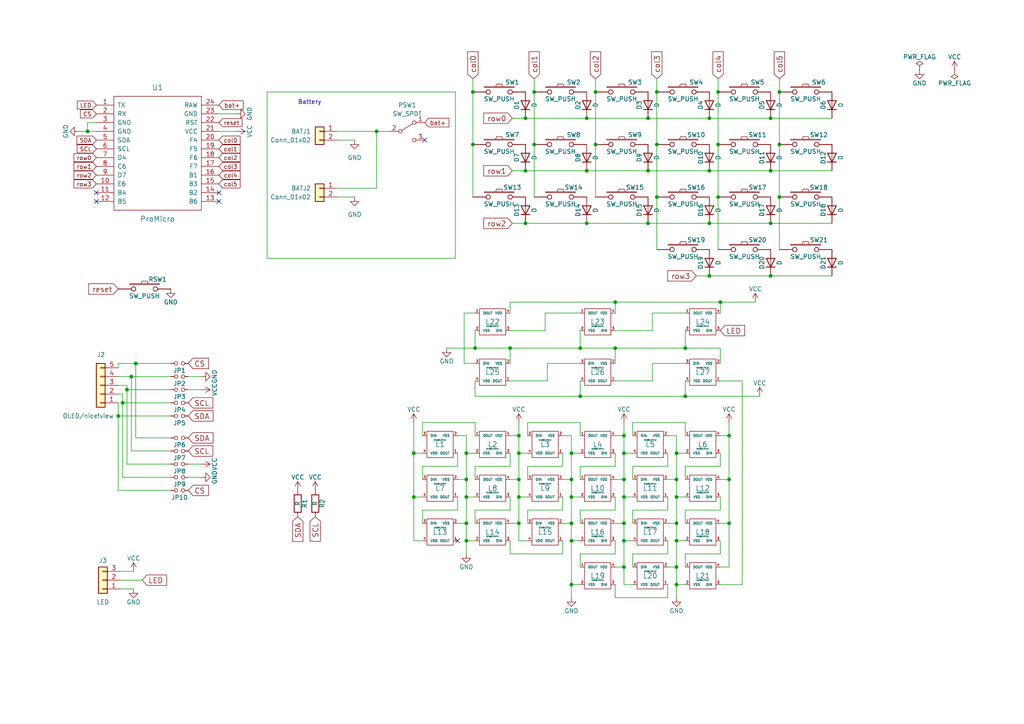
<source format=kicad_sch>
(kicad_sch (version 20230121) (generator eeschema)
  (paper "A4")
  (title_block (title "Corne Chocolate") (date "2018-11-16") (rev "2.0") (company "foostan"))
  (junction (at 205.74 34.29))
  (junction (at 165.735 144.145))
  (junction (at 120.015 144.145))
  (junction (at 170.18 64.77))
  (junction (at 205.74 80.01))
  (junction (at 226.06 26.67))
  (junction (at 196.215 169.545))
  (junction (at 211.455 139.065))
  (junction (at 36.83 113.03))
  (junction (at 172.72 26.67))
  (junction (at 25.4 38.1))
  (junction (at 208.28 26.67))
  (junction (at 154.94 41.91))
  (junction (at 198.755 114.935))
  (junction (at 198.755 100.965))
  (junction (at 211.455 151.765))
  (junction (at 152.4 34.29))
  (junction (at 35.56 116.84))
  (junction (at 196.215 131.445))
  (junction (at 180.975 144.145))
  (junction (at 165.735 169.545))
  (junction (at 150.495 144.145))
  (junction (at 196.215 151.765))
  (junction (at 178.435 87.63))
  (junction (at 208.28 57.15))
  (junction (at 180.975 139.065))
  (junction (at 152.4 64.77))
  (junction (at 165.735 139.065))
  (junction (at 135.255 151.765))
  (junction (at 150.495 139.065))
  (junction (at 120.015 131.445))
  (junction (at 135.255 144.145))
  (junction (at 150.495 151.765))
  (junction (at 135.255 156.845))
  (junction (at 208.28 41.91))
  (junction (at 168.275 100.965))
  (junction (at 137.16 41.91))
  (junction (at 187.96 49.53))
  (junction (at 226.06 57.15))
  (junction (at 180.975 156.845))
  (junction (at 39.37 105.41))
  (junction (at 135.255 139.065))
  (junction (at 196.215 164.465))
  (junction (at 187.96 34.29))
  (junction (at 190.5 26.67))
  (junction (at 165.735 131.445))
  (junction (at 190.5 57.15))
  (junction (at 211.455 126.365))
  (junction (at 137.16 26.67))
  (junction (at 147.955 100.965))
  (junction (at 152.4 49.53))
  (junction (at 196.215 156.845))
  (junction (at 168.275 114.935))
  (junction (at 180.975 131.445))
  (junction (at 34.29 120.65))
  (junction (at 165.735 151.765))
  (junction (at 223.52 49.53))
  (junction (at 165.735 156.845))
  (junction (at 196.215 139.065))
  (junction (at 223.52 80.01))
  (junction (at 170.18 49.53))
  (junction (at 223.52 34.29))
  (junction (at 38.1 109.22))
  (junction (at 180.975 151.765))
  (junction (at 205.74 64.77))
  (junction (at 137.795 100.965))
  (junction (at 154.94 26.67))
  (junction (at 187.96 64.77))
  (junction (at 170.18 34.29))
  (junction (at 196.215 144.145))
  (junction (at 226.06 41.91))
  (junction (at 150.495 131.445))
  (junction (at 208.915 87.63))
  (junction (at 223.52 64.77))
  (junction (at 190.5 41.91))
  (junction (at 180.975 126.365))
  (junction (at 135.255 131.445))
  (junction (at 178.435 100.965))
  (junction (at 205.74 49.53))
  (junction (at 150.495 126.365))
  (junction (at 180.975 164.465))
  (junction (at 172.72 41.91))
  (junction (at 109.22 38.1))
  (no_connect (at 27.94 55.88))
  (no_connect (at 123.19 40.64))
  (no_connect (at 132.715 156.845))
  (no_connect (at 27.94 58.42))
  (no_connect (at 63.5 58.42))
  (no_connect (at 63.5 55.88))
  (wire (pts (xy 190.5 41.91) (xy 190.5 57.15)))
  (wire (pts (xy 183.515 151.765) (xy 183.515 147.955)))
  (wire (pts (xy 208.915 151.765) (xy 211.455 151.765)))
  (wire (pts (xy 109.22 38.1) (xy 109.22 54.61)))
  (wire (pts (xy 153.035 151.765) (xy 153.035 147.955)))
  (wire (pts (xy 183.515 122.555) (xy 183.515 126.365)))
  (wire (pts (xy 27.94 35.56) (xy 25.4 35.56)))
  (wire (pts (xy 34.29 109.22) (xy 38.1 109.22)))
  (wire (pts (xy 193.675 164.465) (xy 196.215 164.465)))
  (wire (pts (xy 49.53 116.84) (xy 35.56 116.84)))
  (wire (pts (xy 208.915 110.49) (xy 215.265 110.49)))
  (wire (pts (xy 168.275 156.845) (xy 165.735 156.845)))
  (wire (pts (xy 196.215 151.765) (xy 196.215 156.845)))
  (wire (pts (xy 137.16 26.67) (xy 137.16 41.91)))
  (wire (pts (xy 187.96 34.29) (xy 205.74 34.29)))
  (wire (pts (xy 208.915 135.255) (xy 208.915 131.445)))
  (wire (pts (xy 196.215 139.065) (xy 196.215 144.145)))
  (wire (pts (xy 205.74 80.01) (xy 223.52 80.01)))
  (wire (pts (xy 226.06 57.15) (xy 226.06 72.39)))
  (wire (pts (xy 137.795 114.935) (xy 168.275 114.935)))
  (wire (pts (xy 134.62 105.41) (xy 137.795 105.41)))
  (wire (pts (xy 198.755 122.555) (xy 183.515 122.555)))
  (wire (pts (xy 153.035 147.955) (xy 163.195 147.955)))
  (wire (pts (xy 180.975 144.145) (xy 183.515 144.145)))
  (wire (pts (xy 153.035 135.255) (xy 163.195 135.255)))
  (wire (pts (xy 170.18 64.77) (xy 187.96 64.77)))
  (wire (pts (xy 137.16 41.91) (xy 137.16 57.15)))
  (wire (pts (xy 147.955 87.63) (xy 178.435 87.63)))
  (wire (pts (xy 226.06 41.91) (xy 226.06 57.15)))
  (wire (pts (xy 132.715 147.955) (xy 132.715 144.145)))
  (wire (pts (xy 180.975 164.465) (xy 180.975 169.545)))
  (wire (pts (xy 178.435 87.63) (xy 208.915 87.63)))
  (wire (pts (xy 154.94 22.86) (xy 154.94 26.67)))
  (wire (pts (xy 178.435 151.765) (xy 180.975 151.765)))
  (wire (pts (xy 168.275 147.955) (xy 178.435 147.955)))
  (wire (pts (xy 54.61 113.03) (xy 58.42 113.03)))
  (wire (pts (xy 180.975 151.765) (xy 180.975 156.845)))
  (wire (pts (xy 49.53 120.65) (xy 34.29 120.65)))
  (wire (pts (xy 147.955 147.955) (xy 147.955 144.145)))
  (wire (pts (xy 63.5 33.02) (xy 68.58 33.02)))
  (wire (pts (xy 147.955 135.255) (xy 147.955 131.445)))
  (wire (pts (xy 180.975 156.845) (xy 180.975 164.465)))
  (wire (pts (xy 193.675 139.065) (xy 196.215 139.065)))
  (wire (pts (xy 147.955 151.765) (xy 150.495 151.765)))
  (wire (pts (xy 211.455 151.765) (xy 211.455 164.465)))
  (wire (pts (xy 208.915 126.365) (xy 211.455 126.365)))
  (wire (pts (xy 215.265 110.49) (xy 215.265 169.545)))
  (wire (pts (xy 168.275 100.965) (xy 178.435 100.965)))
  (wire (pts (xy 208.915 147.955) (xy 208.915 144.145)))
  (wire (pts (xy 147.955 126.365) (xy 150.495 126.365)))
  (wire (pts (xy 211.455 139.065) (xy 211.455 151.765)))
  (wire (pts (xy 63.5 38.1) (xy 68.58 38.1)))
  (wire (pts (xy 223.52 34.29) (xy 241.3 34.29)))
  (wire (pts (xy 180.975 122.555) (xy 180.975 126.365)))
  (wire (pts (xy 109.22 38.1) (xy 113.03 38.1)))
  (wire (pts (xy 193.675 151.765) (xy 196.215 151.765)))
  (wire (pts (xy 36.83 111.76) (xy 36.83 113.03)))
  (wire (pts (xy 54.61 109.22) (xy 58.42 109.22)))
  (wire (pts (xy 193.675 173.355) (xy 178.435 173.355)))
  (wire (pts (xy 198.755 156.845) (xy 196.215 156.845)))
  (wire (pts (xy 180.975 156.845) (xy 183.515 156.845)))
  (wire (pts (xy 180.975 126.365) (xy 180.975 131.445)))
  (wire (pts (xy 189.23 105.41) (xy 198.755 105.41)))
  (wire (pts (xy 208.28 41.91) (xy 208.28 57.15)))
  (wire (pts (xy 223.52 64.77) (xy 241.3 64.77)))
  (wire (pts (xy 34.29 114.3) (xy 35.56 114.3)))
  (wire (pts (xy 148.59 49.53) (xy 152.4 49.53)))
  (wire (pts (xy 120.015 131.445) (xy 120.015 144.145)))
  (wire (pts (xy 120.015 122.555) (xy 120.015 131.445)))
  (wire (pts (xy 178.435 147.955) (xy 178.435 144.145)))
  (wire (pts (xy 35.56 114.3) (xy 35.56 116.84)))
  (wire (pts (xy 183.515 164.465) (xy 183.515 160.655)))
  (wire (pts (xy 154.94 41.91) (xy 154.94 57.15)))
  (wire (pts (xy 198.755 135.255) (xy 208.915 135.255)))
  (wire (pts (xy 132.715 139.065) (xy 135.255 139.065)))
  (wire (pts (xy 198.755 126.365) (xy 198.755 122.555)))
  (wire (pts (xy 168.275 169.545) (xy 165.735 169.545)))
  (wire (pts (xy 178.435 164.465) (xy 180.975 164.465)))
  (wire (pts (xy 208.28 22.86) (xy 208.28 26.67)))
  (wire (pts (xy 168.275 131.445) (xy 165.735 131.445)))
  (wire (pts (xy 223.52 80.01) (xy 241.3 80.01)))
  (wire (pts (xy 187.96 64.77) (xy 205.74 64.77)))
  (wire (pts (xy 178.435 105.41) (xy 178.435 100.965)))
  (wire (pts (xy 190.5 57.15) (xy 190.5 72.39)))
  (wire (pts (xy 137.795 135.255) (xy 147.955 135.255)))
  (wire (pts (xy 36.83 113.03) (xy 36.83 134.62)))
  (wire (pts (xy 223.52 49.53) (xy 241.3 49.53)))
  (wire (pts (xy 193.675 169.545) (xy 193.675 173.355)))
  (wire (pts (xy 180.975 144.145) (xy 180.975 151.765)))
  (wire (pts (xy 163.195 139.065) (xy 165.735 139.065)))
  (wire (pts (xy 189.23 110.49) (xy 189.23 105.41)))
  (wire (pts (xy 147.955 90.805) (xy 147.955 87.63)))
  (wire (pts (xy 150.495 156.845) (xy 153.035 156.845)))
  (wire (pts (xy 38.1 109.22) (xy 38.1 130.81)))
  (wire (pts (xy 137.795 151.765) (xy 137.795 147.955)))
  (wire (pts (xy 198.755 139.065) (xy 198.755 135.255)))
  (wire (pts (xy 198.755 131.445) (xy 196.215 131.445)))
  (wire (pts (xy 190.5 26.67) (xy 190.5 41.91)))
  (wire (pts (xy 172.72 22.86) (xy 172.72 26.67)))
  (wire (pts (xy 178.435 160.655) (xy 178.435 156.845)))
  (wire (pts (xy 183.515 139.065) (xy 183.515 135.255)))
  (wire (pts (xy 170.18 49.53) (xy 187.96 49.53)))
  (wire (pts (xy 158.75 105.41) (xy 168.275 105.41)))
  (wire (pts (xy 198.755 144.145) (xy 196.215 144.145)))
  (wire (pts (xy 226.06 22.86) (xy 226.06 26.67)))
  (wire (pts (xy 39.37 127) (xy 49.53 127)))
  (wire (pts (xy 208.915 87.63) (xy 219.075 87.63)))
  (wire (pts (xy 135.255 151.765) (xy 135.255 156.845)))
  (wire (pts (xy 147.955 100.965) (xy 168.275 100.965)))
  (wire (pts (xy 196.215 131.445) (xy 196.215 139.065)))
  (wire (pts (xy 178.435 90.805) (xy 178.435 87.63)))
  (wire (pts (xy 153.035 144.145) (xy 150.495 144.145)))
  (wire (pts (xy 147.955 105.41) (xy 147.955 100.965)))
  (wire (pts (xy 180.975 139.065) (xy 180.975 144.145)))
  (wire (pts (xy 211.455 164.465) (xy 208.915 164.465)))
  (wire (pts (xy 178.435 135.255) (xy 178.435 131.445)))
  (wire (pts (xy 208.915 139.065) (xy 211.455 139.065)))
  (wire (pts (xy 208.915 100.965) (xy 208.915 105.41)))
  (wire (pts (xy 135.255 139.065) (xy 135.255 144.145)))
  (wire (pts (xy 165.735 126.365) (xy 165.735 131.445)))
  (wire (pts (xy 178.435 139.065) (xy 180.975 139.065)))
  (wire (pts (xy 180.975 131.445) (xy 180.975 139.065)))
  (wire (pts (xy 154.94 26.67) (xy 154.94 41.91)))
  (wire (pts (xy 137.795 147.955) (xy 147.955 147.955)))
  (wire (pts (xy 198.755 114.935) (xy 220.345 114.935)))
  (wire (pts (xy 187.96 49.53) (xy 205.74 49.53)))
  (wire (pts (xy 150.495 139.065) (xy 150.495 144.145)))
  (wire (pts (xy 137.795 139.065) (xy 137.795 135.255)))
  (wire (pts (xy 193.675 126.365) (xy 196.215 126.365)))
  (wire (pts (xy 77.47 26.67) (xy 132.08 26.67)))
  (wire (pts (xy 34.29 116.84) (xy 34.29 120.65)))
  (wire (pts (xy 168.275 139.065) (xy 168.275 135.255)))
  (wire (pts (xy 163.195 156.845) (xy 163.195 160.655)))
  (wire (pts (xy 205.74 49.53) (xy 223.52 49.53)))
  (wire (pts (xy 38.1 109.22) (xy 49.53 109.22)))
  (wire (pts (xy 25.4 35.56) (xy 25.4 38.1)))
  (wire (pts (xy 137.795 110.49) (xy 137.795 114.935)))
  (wire (pts (xy 196.215 126.365) (xy 196.215 131.445)))
  (wire (pts (xy 208.915 160.655) (xy 208.915 156.845)))
  (wire (pts (xy 97.79 57.15) (xy 102.87 57.15)))
  (wire (pts (xy 183.515 147.955) (xy 193.675 147.955)))
  (wire (pts (xy 150.495 144.145) (xy 150.495 151.765)))
  (wire (pts (xy 158.75 110.49) (xy 158.75 105.41)))
  (wire (pts (xy 54.61 138.43) (xy 58.42 138.43)))
  (wire (pts (xy 201.93 80.01) (xy 205.74 80.01)))
  (wire (pts (xy 39.37 105.41) (xy 39.37 127)))
  (wire (pts (xy 122.555 139.065) (xy 122.555 135.255)))
  (wire (pts (xy 135.255 131.445) (xy 135.255 139.065)))
  (wire (pts (xy 165.735 151.765) (xy 165.735 156.845)))
  (wire (pts (xy 158.115 90.805) (xy 158.115 95.885)))
  (wire (pts (xy 120.015 156.845) (xy 122.555 156.845)))
  (wire (pts (xy 135.255 126.365) (xy 135.255 131.445)))
  (wire (pts (xy 196.215 144.145) (xy 196.215 151.765)))
  (wire (pts (xy 215.265 169.545) (xy 208.915 169.545)))
  (wire (pts (xy 178.435 126.365) (xy 180.975 126.365)))
  (wire (pts (xy 190.5 22.86) (xy 190.5 26.67)))
  (wire (pts (xy 211.455 122.555) (xy 211.455 126.365)))
  (wire (pts (xy 208.28 57.15) (xy 208.28 72.39)))
  (wire (pts (xy 148.59 64.77) (xy 152.4 64.77)))
  (wire (pts (xy 168.275 126.365) (xy 168.275 122.555)))
  (wire (pts (xy 129.54 100.965) (xy 137.795 100.965)))
  (wire (pts (xy 198.755 90.805) (xy 189.23 90.805)))
  (wire (pts (xy 165.735 156.845) (xy 165.735 169.545)))
  (wire (pts (xy 137.795 100.965) (xy 147.955 100.965)))
  (wire (pts (xy 132.08 26.67) (xy 132.08 74.93)))
  (wire (pts (xy 163.195 135.255) (xy 163.195 131.445)))
  (wire (pts (xy 120.015 144.145) (xy 120.015 156.845)))
  (wire (pts (xy 226.06 26.67) (xy 226.06 41.91)))
  (wire (pts (xy 183.515 160.655) (xy 193.675 160.655)))
  (wire (pts (xy 137.795 122.555) (xy 122.555 122.555)))
  (wire (pts (xy 34.29 105.41) (xy 39.37 105.41)))
  (wire (pts (xy 168.275 135.255) (xy 178.435 135.255)))
  (wire (pts (xy 168.275 160.655) (xy 178.435 160.655)))
  (wire (pts (xy 170.18 34.29) (xy 187.96 34.29)))
  (wire (pts (xy 137.795 131.445) (xy 135.255 131.445)))
  (wire (pts (xy 165.735 131.445) (xy 165.735 139.065)))
  (wire (pts (xy 34.925 165.735) (xy 38.735 165.735)))
  (wire (pts (xy 198.755 164.465) (xy 198.755 160.655)))
  (wire (pts (xy 172.72 41.91) (xy 172.72 57.15)))
  (wire (pts (xy 178.435 173.355) (xy 178.435 169.545)))
  (wire (pts (xy 153.035 131.445) (xy 150.495 131.445)))
  (wire (pts (xy 163.195 151.765) (xy 165.735 151.765)))
  (wire (pts (xy 54.61 134.62) (xy 58.42 134.62)))
  (wire (pts (xy 172.72 26.67) (xy 172.72 41.91)))
  (wire (pts (xy 193.675 147.955) (xy 193.675 144.145)))
  (wire (pts (xy 168.275 164.465) (xy 168.275 160.655)))
  (wire (pts (xy 196.215 164.465) (xy 196.215 169.545)))
  (wire (pts (xy 109.22 54.61) (xy 97.79 54.61)))
  (wire (pts (xy 158.115 95.885) (xy 147.955 95.885)))
  (wire (pts (xy 77.47 74.93) (xy 77.47 26.67)))
  (wire (pts (xy 165.735 169.545) (xy 165.735 173.355)))
  (wire (pts (xy 196.215 169.545) (xy 196.215 173.355)))
  (wire (pts (xy 178.435 110.49) (xy 189.23 110.49)))
  (wire (pts (xy 150.495 151.765) (xy 150.495 156.845)))
  (wire (pts (xy 122.555 122.555) (xy 122.555 126.365)))
  (wire (pts (xy 49.53 113.03) (xy 36.83 113.03)))
  (wire (pts (xy 198.755 169.545) (xy 196.215 169.545)))
  (wire (pts (xy 165.735 139.065) (xy 165.735 144.145)))
  (wire (pts (xy 132.08 74.93) (xy 77.47 74.93)))
  (wire (pts (xy 168.275 95.885) (xy 168.275 100.965)))
  (wire (pts (xy 198.755 151.765) (xy 198.755 147.955)))
  (wire (pts (xy 34.29 111.76) (xy 36.83 111.76)))
  (wire (pts (xy 34.29 105.41) (xy 34.29 106.68)))
  (wire (pts (xy 205.74 64.77) (xy 223.52 64.77)))
  (wire (pts (xy 153.035 139.065) (xy 153.035 135.255)))
  (wire (pts (xy 152.4 34.29) (xy 170.18 34.29)))
  (wire (pts (xy 196.215 156.845) (xy 196.215 164.465)))
  (wire (pts (xy 178.435 100.965) (xy 198.755 100.965)))
  (wire (pts (xy 122.555 147.955) (xy 132.715 147.955)))
  (wire (pts (xy 137.795 90.805) (xy 134.62 90.805)))
  (wire (pts (xy 150.495 126.365) (xy 150.495 131.445)))
  (wire (pts (xy 168.275 151.765) (xy 168.275 147.955)))
  (wire (pts (xy 34.29 142.24) (xy 49.53 142.24)))
  (wire (pts (xy 122.555 135.255) (xy 132.715 135.255)))
  (wire (pts (xy 22.86 38.1) (xy 25.4 38.1)))
  (wire (pts (xy 168.275 90.805) (xy 158.115 90.805)))
  (wire (pts (xy 135.255 144.145) (xy 135.255 151.765)))
  (wire (pts (xy 38.1 130.81) (xy 49.53 130.81)))
  (wire (pts (xy 148.59 34.29) (xy 152.4 34.29)))
  (wire (pts (xy 153.035 122.555) (xy 153.035 126.365)))
  (wire (pts (xy 163.195 147.955) (xy 163.195 144.145)))
  (wire (pts (xy 132.715 126.365) (xy 135.255 126.365)))
  (wire (pts (xy 152.4 49.53) (xy 170.18 49.53)))
  (wire (pts (xy 150.495 122.555) (xy 150.495 126.365)))
  (wire (pts (xy 168.275 110.49) (xy 168.275 114.935)))
  (wire (pts (xy 208.28 26.67) (xy 208.28 41.91)))
  (wire (pts (xy 180.975 131.445) (xy 183.515 131.445)))
  (wire (pts (xy 137.795 156.845) (xy 135.255 156.845)))
  (wire (pts (xy 208.915 90.805) (xy 208.915 87.63)))
  (wire (pts (xy 34.29 120.65) (xy 34.29 142.24)))
  (wire (pts (xy 189.23 95.885) (xy 178.435 95.885)))
  (wire (pts (xy 137.795 144.145) (xy 135.255 144.145)))
  (wire (pts (xy 168.275 114.935) (xy 198.755 114.935)))
  (wire (pts (xy 137.16 22.86) (xy 137.16 26.67)))
  (wire (pts (xy 122.555 151.765) (xy 122.555 147.955)))
  (wire (pts (xy 135.255 156.845) (xy 135.255 160.655)))
  (wire (pts (xy 147.955 160.655) (xy 147.955 156.845)))
  (wire (pts (xy 34.925 168.275) (xy 41.275 168.275)))
  (wire (pts (xy 165.735 144.145) (xy 165.735 151.765)))
  (wire (pts (xy 198.755 147.955) (xy 208.915 147.955)))
  (wire (pts (xy 147.955 110.49) (xy 158.75 110.49)))
  (wire (pts (xy 193.675 135.255) (xy 193.675 131.445)))
  (wire (pts (xy 97.79 40.64) (xy 102.87 40.64)))
  (wire (pts (xy 137.795 95.885) (xy 137.795 100.965)))
  (wire (pts (xy 163.195 126.365) (xy 165.735 126.365)))
  (wire (pts (xy 97.79 38.1) (xy 109.22 38.1)))
  (wire (pts (xy 150.495 131.445) (xy 150.495 139.065)))
  (wire (pts (xy 25.4 38.1) (xy 27.94 38.1)))
  (wire (pts (xy 122.555 144.145) (xy 120.015 144.145)))
  (wire (pts (xy 137.795 126.365) (xy 137.795 122.555)))
  (wire (pts (xy 205.74 34.29) (xy 223.52 34.29)))
  (wire (pts (xy 198.755 110.49) (xy 198.755 114.935)))
  (wire (pts (xy 39.37 105.41) (xy 49.53 105.41)))
  (wire (pts (xy 198.755 95.885) (xy 198.755 100.965)))
  (wire (pts (xy 36.83 134.62) (xy 49.53 134.62)))
  (wire (pts (xy 183.515 135.255) (xy 193.675 135.255)))
  (wire (pts (xy 132.715 135.255) (xy 132.715 131.445)))
  (wire (pts (xy 198.755 100.965) (xy 208.915 100.965)))
  (wire (pts (xy 132.715 151.765) (xy 135.255 151.765)))
  (wire (pts (xy 134.62 90.805) (xy 134.62 105.41)))
  (wire (pts (xy 193.675 160.655) (xy 193.675 156.845)))
  (wire (pts (xy 163.195 160.655) (xy 147.955 160.655)))
  (wire (pts (xy 152.4 64.77) (xy 170.18 64.77)))
  (wire (pts (xy 168.275 122.555) (xy 153.035 122.555)))
  (wire (pts (xy 198.755 160.655) (xy 208.915 160.655)))
  (wire (pts (xy 147.955 139.065) (xy 150.495 139.065)))
  (wire (pts (xy 35.56 116.84) (xy 35.56 138.43)))
  (wire (pts (xy 211.455 126.365) (xy 211.455 139.065)))
  (wire (pts (xy 168.275 144.145) (xy 165.735 144.145)))
  (wire (pts (xy 34.925 170.815) (xy 38.735 170.815)))
  (wire (pts (xy 35.56 138.43) (xy 49.53 138.43)))
  (wire (pts (xy 189.23 90.805) (xy 189.23 95.885)))
  (wire (pts (xy 122.555 131.445) (xy 120.015 131.445)))
  (wire (pts (xy 180.975 169.545) (xy 183.515 169.545)))
  (text "Battery" (at 86.36 30.48 0) (effects (font (size 1.27 1.27)) (justify left bottom)))
  (global_label "row2" (shape input) (at 148.59 64.77 180) (effects (font (size 1.524 1.524))) (property "Intersheetrefs" "${INTERSHEET_REFS}" (effects hide)))
  (global_label "col5" (shape input) (at 63.5 53.34 0) (effects (font (size 1.1938 1.1938))) (property "Intersheetrefs" "${INTERSHEET_REFS}" (effects hide)))
  (global_label "SCL" (shape input) (at 91.44 149.86 270) (effects (font (size 1.524 1.524))) (property "Intersheetrefs" "${INTERSHEET_REFS}" (effects hide)))
  (global_label "CS" (shape input) (at 27.94 33.02 180) (effects (font (size 1.1938 1.1938))) (property "Intersheetrefs" "${INTERSHEET_REFS}" (effects hide)))
  (global_label "row0" (shape input) (at 148.59 34.29 180) (effects (font (size 1.524 1.524))) (property "Intersheetrefs" "${INTERSHEET_REFS}" (effects hide)))
  (global_label "SDA" (shape input) (at 54.61 127 0) (effects (font (size 1.524 1.524))) (property "Intersheetrefs" "${INTERSHEET_REFS}" (effects hide)))
  (global_label "col4" (shape input) (at 208.28 22.86 90) (effects (font (size 1.524 1.524))) (property "Intersheetrefs" "${INTERSHEET_REFS}" (effects hide)))
  (global_label "SDA" (shape input) (at 54.61 120.65 0) (effects (font (size 1.524 1.524))) (property "Intersheetrefs" "${INTERSHEET_REFS}" (effects hide)))
  (global_label "bat+" (shape input) (at 123.19 35.56 0) (property "Intersheetrefs" "${INTERSHEET_REFS}" (effects hide)))
  (global_label "col2" (shape input) (at 172.72 22.86 90) (effects (font (size 1.524 1.524))) (property "Intersheetrefs" "${INTERSHEET_REFS}" (effects hide)))
  (global_label "col5" (shape input) (at 226.06 22.86 90) (effects (font (size 1.524 1.524))) (property "Intersheetrefs" "${INTERSHEET_REFS}" (effects hide)))
  (global_label "reset" (shape input) (at 34.29 83.82 180) (effects (font (size 1.524 1.524))) (property "Intersheetrefs" "${INTERSHEET_REFS}" (effects hide)))
  (global_label "row2" (shape input) (at 27.94 50.8 180) (effects (font (size 1.1938 1.1938))) (property "Intersheetrefs" "${INTERSHEET_REFS}" (effects hide)))
  (global_label "col4" (shape input) (at 63.5 50.8 0) (effects (font (size 1.1938 1.1938))) (property "Intersheetrefs" "${INTERSHEET_REFS}" (effects hide)))
  (global_label "row3" (shape input) (at 27.94 53.34 180) (effects (font (size 1.1938 1.1938))) (property "Intersheetrefs" "${INTERSHEET_REFS}" (effects hide)))
  (global_label "bat+" (shape input) (at 63.5 30.48 0) (property "Intersheetrefs" "${INTERSHEET_REFS}" (effects hide)))
  (global_label "row3" (shape input) (at 201.93 80.01 180) (effects (font (size 1.524 1.524))) (property "Intersheetrefs" "${INTERSHEET_REFS}" (effects hide)))
  (global_label "LED" (shape input) (at 27.94 30.48 180) (effects (font (size 1.1938 1.1938))) (property "Intersheetrefs" "${INTERSHEET_REFS}" (effects hide)))
  (global_label "SDA" (shape input) (at 86.36 149.86 270) (effects (font (size 1.524 1.524))) (property "Intersheetrefs" "${INTERSHEET_REFS}" (effects hide)))
  (global_label "col1" (shape input) (at 154.94 22.86 90) (effects (font (size 1.524 1.524))) (property "Intersheetrefs" "${INTERSHEET_REFS}" (effects hide)))
  (global_label "SCL" (shape input) (at 27.94 43.18 180) (effects (font (size 1.1938 1.1938))) (property "Intersheetrefs" "${INTERSHEET_REFS}" (effects hide)))
  (global_label "col0" (shape input) (at 137.16 22.86 90) (effects (font (size 1.524 1.524))) (property "Intersheetrefs" "${INTERSHEET_REFS}" (effects hide)))
  (global_label "SCL" (shape input) (at 54.61 116.84 0) (effects (font (size 1.524 1.524))) (property "Intersheetrefs" "${INTERSHEET_REFS}" (effects hide)))
  (global_label "col1" (shape input) (at 63.5 43.18 0) (effects (font (size 1.1938 1.1938))) (property "Intersheetrefs" "${INTERSHEET_REFS}" (effects hide)))
  (global_label "SCL" (shape input) (at 54.61 130.81 0) (effects (font (size 1.524 1.524))) (property "Intersheetrefs" "${INTERSHEET_REFS}" (effects hide)))
  (global_label "row1" (shape input) (at 148.59 49.53 180) (effects (font (size 1.524 1.524))) (property "Intersheetrefs" "${INTERSHEET_REFS}" (effects hide)))
  (global_label "reset" (shape input) (at 63.5 35.56 0) (effects (font (size 1.1938 1.1938))) (property "Intersheetrefs" "${INTERSHEET_REFS}" (effects hide)))
  (global_label "col3" (shape input) (at 63.5 48.26 0) (effects (font (size 1.1938 1.1938))) (property "Intersheetrefs" "${INTERSHEET_REFS}" (effects hide)))
  (global_label "CS" (shape input) (at 54.61 142.24 0) (effects (font (size 1.524 1.524))) (property "Intersheetrefs" "${INTERSHEET_REFS}" (effects hide)))
  (global_label "col2" (shape input) (at 63.5 45.72 0) (effects (font (size 1.1938 1.1938))) (property "Intersheetrefs" "${INTERSHEET_REFS}" (effects hide)))
  (global_label "LED" (shape input) (at 208.915 95.885 0) (effects (font (size 1.524 1.524))) (property "Intersheetrefs" "${INTERSHEET_REFS}" (effects hide)))
  (global_label "col0" (shape input) (at 63.5 40.64 0) (effects (font (size 1.1938 1.1938))) (property "Intersheetrefs" "${INTERSHEET_REFS}" (effects hide)))
  (global_label "LED" (shape input) (at 41.275 168.275 0) (effects (font (size 1.524 1.524))) (property "Intersheetrefs" "${INTERSHEET_REFS}" (effects hide)))
  (global_label "SDA" (shape input) (at 27.94 40.64 180) (effects (font (size 1.1938 1.1938))) (property "Intersheetrefs" "${INTERSHEET_REFS}" (effects hide)))
  (global_label "CS" (shape input) (at 54.61 105.41 0) (effects (font (size 1.524 1.524))) (property "Intersheetrefs" "${INTERSHEET_REFS}" (effects hide)))
  (global_label "row1" (shape input) (at 27.94 48.26 180) (effects (font (size 1.1938 1.1938))) (property "Intersheetrefs" "${INTERSHEET_REFS}" (effects hide)))
  (global_label "row0" (shape input) (at 27.94 45.72 180) (effects (font (size 1.1938 1.1938))) (property "Intersheetrefs" "${INTERSHEET_REFS}" (effects hide)))
  (global_label "col3" (shape input) (at 190.5 22.86 90) (effects (font (size 1.524 1.524))) (property "Intersheetrefs" "${INTERSHEET_REFS}" (effects hide)))
  (symbol (lib_id "corne-chocolate-rescue:ProMicro-kbd") (at 45.72 49.53 0) (unit 1)
    (property "Reference" "U1" (at 45.72 25.4 0) (effects (font (size 1.524 1.524))))
    (property "Value" "ProMicro" (at 45.72 63.5 0) (effects (font (size 1.524 1.524))))
    (property "Footprint" "kbd:ProMicro_v2" (effects hide))
  )
  (symbol (lib_id "corne-chocolate-rescue:SW_PUSH-kbd") (at 162.56 26.67 0) (unit 1)
    (property "Reference" "SW2" (at 166.37 23.876 0))
    (property "Value" "SW_PUSH" (at 162.56 28.702 0))
    (property "Footprint" "kbd:MX_ALPS_PG1350_noLed" (effects hide))
  )
  (symbol (lib_id "Device:D") (at 170.18 30.48 90) (unit 1)
    (property "Reference" "D2" (at 167.64 30.48 0))
    (property "Value" "D" (at 172.72 30.48 0))
    (property "Footprint" "kbd:D3_TH_SMD" (effects hide))
  )
  (symbol (lib_id "corne-chocolate-rescue:SW_PUSH-kbd") (at 180.34 26.67 0) (unit 1)
    (property "Reference" "SW3" (at 184.15 23.876 0))
    (property "Value" "SW_PUSH" (at 180.34 28.702 0))
    (property "Footprint" "kbd:MX_ALPS_PG1350_noLed" (effects hide))
  )
  (symbol (lib_id "Device:D") (at 187.96 30.48 90) (unit 1)
    (property "Reference" "D3" (at 185.42 30.48 0))
    (property "Value" "D" (at 190.5 30.48 0))
    (property "Footprint" "kbd:D3_TH_SMD" (effects hide))
  )
  (symbol (lib_id "corne-chocolate-rescue:SW_PUSH-kbd") (at 198.12 26.67 0) (unit 1)
    (property "Reference" "SW4" (at 201.93 23.876 0))
    (property "Value" "SW_PUSH" (at 198.12 28.702 0))
    (property "Footprint" "kbd:MX_ALPS_PG1350_noLed" (effects hide))
  )
  (symbol (lib_id "corne-chocolate-rescue:SW_PUSH-kbd") (at 215.9 26.67 0) (unit 1)
    (property "Reference" "SW5" (at 219.71 23.876 0))
    (property "Value" "SW_PUSH" (at 215.9 28.702 0))
    (property "Footprint" "kbd:MX_ALPS_PG1350_noLed" (effects hide))
  )
  (symbol (lib_id "corne-chocolate-rescue:SW_PUSH-kbd") (at 233.68 26.67 0) (unit 1)
    (property "Reference" "SW6" (at 237.49 23.876 0))
    (property "Value" "SW_PUSH" (at 233.68 28.702 0))
    (property "Footprint" "kbd:MX_ALPS_PG1350_noLed" (effects hide))
  )
  (symbol (lib_id "Device:D") (at 205.74 30.48 90) (unit 1)
    (property "Reference" "D4" (at 203.2 30.48 0))
    (property "Value" "D" (at 208.28 30.48 0))
    (property "Footprint" "kbd:D3_TH_SMD" (effects hide))
  )
  (symbol (lib_id "Device:D") (at 223.52 30.48 90) (unit 1)
    (property "Reference" "D5" (at 220.98 30.48 0))
    (property "Value" "D" (at 226.06 30.48 0))
    (property "Footprint" "kbd:D3_TH_SMD" (effects hide))
  )
  (symbol (lib_id "Device:D") (at 241.3 30.48 90) (unit 1)
    (property "Reference" "D6" (at 238.76 30.48 0))
    (property "Value" "D" (at 243.84 30.48 0))
    (property "Footprint" "kbd:D3_TH_SMD" (effects hide))
  )
  (symbol (lib_id "corne-chocolate-rescue:SW_PUSH-kbd") (at 144.78 26.67 0) (unit 1)
    (property "Reference" "SW1" (at 148.59 23.876 0))
    (property "Value" "SW_PUSH" (at 144.78 28.702 0))
    (property "Footprint" "kbd:MX_ALPS_PG1350_noLed" (effects hide))
  )
  (symbol (lib_id "Device:D") (at 152.4 30.48 90) (unit 1)
    (property "Reference" "D1" (at 149.86 30.48 0))
    (property "Value" "D" (at 154.94 30.48 0))
    (property "Footprint" "kbd:D3_TH_SMD" (effects hide))
  )
  (symbol (lib_id "corne-chocolate-rescue:SW_PUSH-kbd") (at 162.56 41.91 0) (unit 1)
    (property "Reference" "SW8" (at 166.37 39.116 0))
    (property "Value" "SW_PUSH" (at 162.56 43.942 0))
    (property "Footprint" "kbd:MX_ALPS_PG1350_noLed" (effects hide))
  )
  (symbol (lib_id "Device:D") (at 170.18 45.72 90) (unit 1)
    (property "Reference" "D8" (at 167.64 45.72 0))
    (property "Value" "D" (at 172.72 45.72 0))
    (property "Footprint" "kbd:D3_TH_SMD" (effects hide))
  )
  (symbol (lib_id "corne-chocolate-rescue:SW_PUSH-kbd") (at 180.34 41.91 0) (unit 1)
    (property "Reference" "SW9" (at 184.15 39.116 0))
    (property "Value" "SW_PUSH" (at 180.34 43.942 0))
    (property "Footprint" "kbd:MX_ALPS_PG1350_noLed" (effects hide))
  )
  (symbol (lib_id "Device:D") (at 187.96 45.72 90) (unit 1)
    (property "Reference" "D9" (at 185.42 45.72 0))
    (property "Value" "D" (at 190.5 45.72 0))
    (property "Footprint" "kbd:D3_TH_SMD" (effects hide))
  )
  (symbol (lib_id "corne-chocolate-rescue:SW_PUSH-kbd") (at 198.12 41.91 0) (unit 1)
    (property "Reference" "SW10" (at 201.93 39.116 0))
    (property "Value" "SW_PUSH" (at 198.12 43.942 0))
    (property "Footprint" "kbd:MX_ALPS_PG1350_noLed" (effects hide))
  )
  (symbol (lib_id "corne-chocolate-rescue:SW_PUSH-kbd") (at 215.9 41.91 0) (unit 1)
    (property "Reference" "SW11" (at 219.71 39.116 0))
    (property "Value" "SW_PUSH" (at 215.9 43.942 0))
    (property "Footprint" "kbd:MX_ALPS_PG1350_noLed" (effects hide))
  )
  (symbol (lib_id "corne-chocolate-rescue:SW_PUSH-kbd") (at 233.68 41.91 0) (unit 1)
    (property "Reference" "SW12" (at 237.49 39.116 0))
    (property "Value" "SW_PUSH" (at 233.68 43.942 0))
    (property "Footprint" "kbd:MX_ALPS_PG1350_noLed" (effects hide))
  )
  (symbol (lib_id "Device:D") (at 205.74 45.72 90) (unit 1)
    (property "Reference" "D10" (at 203.2 45.72 0))
    (property "Value" "D" (at 208.28 45.72 0))
    (property "Footprint" "kbd:D3_TH_SMD" (effects hide))
  )
  (symbol (lib_id "Device:D") (at 223.52 45.72 90) (unit 1)
    (property "Reference" "D11" (at 220.98 45.72 0))
    (property "Value" "D" (at 226.06 45.72 0))
    (property "Footprint" "kbd:D3_TH_SMD" (effects hide))
  )
  (symbol (lib_id "Device:D") (at 241.3 45.72 90) (unit 1)
    (property "Reference" "D12" (at 238.76 45.72 0))
    (property "Value" "D" (at 243.84 45.72 0))
    (property "Footprint" "kbd:D3_TH_SMD" (effects hide))
  )
  (symbol (lib_id "corne-chocolate-rescue:SW_PUSH-kbd") (at 144.78 41.91 0) (unit 1)
    (property "Reference" "SW7" (at 148.59 39.116 0))
    (property "Value" "SW_PUSH" (at 144.78 43.942 0))
    (property "Footprint" "kbd:MX_ALPS_PG1350_noLed" (effects hide))
  )
  (symbol (lib_id "Device:D") (at 152.4 45.72 90) (unit 1)
    (property "Reference" "D7" (at 149.86 45.72 0))
    (property "Value" "D" (at 154.94 45.72 0))
    (property "Footprint" "kbd:D3_TH_SMD" (effects hide))
  )
  (symbol (lib_id "corne-chocolate-rescue:SW_PUSH-kbd") (at 162.56 57.15 0) (unit 1)
    (property "Reference" "SW14" (at 166.37 54.356 0))
    (property "Value" "SW_PUSH" (at 162.56 59.182 0))
    (property "Footprint" "kbd:MX_ALPS_PG1350_noLed" (effects hide))
  )
  (symbol (lib_id "Device:D") (at 170.18 60.96 90) (unit 1)
    (property "Reference" "D14" (at 167.64 60.96 0))
    (property "Value" "D" (at 172.72 60.96 0))
    (property "Footprint" "kbd:D3_TH_SMD" (effects hide))
  )
  (symbol (lib_id "corne-chocolate-rescue:SW_PUSH-kbd") (at 180.34 57.15 0) (unit 1)
    (property "Reference" "SW15" (at 184.15 54.356 0))
    (property "Value" "SW_PUSH" (at 180.34 59.182 0))
    (property "Footprint" "kbd:MX_ALPS_PG1350_noLed" (effects hide))
  )
  (symbol (lib_id "Device:D") (at 187.96 60.96 90) (unit 1)
    (property "Reference" "D15" (at 185.42 60.96 0))
    (property "Value" "D" (at 190.5 60.96 0))
    (property "Footprint" "kbd:D3_TH_SMD" (effects hide))
  )
  (symbol (lib_id "corne-chocolate-rescue:SW_PUSH-kbd") (at 198.12 57.15 0) (unit 1)
    (property "Reference" "SW16" (at 201.93 54.356 0))
    (property "Value" "SW_PUSH" (at 198.12 59.182 0))
    (property "Footprint" "kbd:MX_ALPS_PG1350_noLed" (effects hide))
  )
  (symbol (lib_id "corne-chocolate-rescue:SW_PUSH-kbd") (at 215.9 57.15 0) (unit 1)
    (property "Reference" "SW17" (at 219.71 54.356 0))
    (property "Value" "SW_PUSH" (at 215.9 59.182 0))
    (property "Footprint" "kbd:MX_ALPS_PG1350_noLed" (effects hide))
  )
  (symbol (lib_id "corne-chocolate-rescue:SW_PUSH-kbd") (at 233.68 57.15 0) (unit 1)
    (property "Reference" "SW18" (at 237.49 54.356 0))
    (property "Value" "SW_PUSH" (at 233.68 59.182 0))
    (property "Footprint" "kbd:MX_ALPS_PG1350_noLed" (effects hide))
  )
  (symbol (lib_id "Device:D") (at 205.74 60.96 90) (unit 1)
    (property "Reference" "D16" (at 203.2 60.96 0))
    (property "Value" "D" (at 208.28 60.96 0))
    (property "Footprint" "kbd:D3_TH_SMD" (effects hide))
  )
  (symbol (lib_id "Device:D") (at 223.52 60.96 90) (unit 1)
    (property "Reference" "D17" (at 220.98 60.96 0))
    (property "Value" "D" (at 226.06 60.96 0))
    (property "Footprint" "kbd:D3_TH_SMD" (effects hide))
  )
  (symbol (lib_id "Device:D") (at 241.3 60.96 90) (unit 1)
    (property "Reference" "D18" (at 238.76 60.96 0))
    (property "Value" "D" (at 243.84 60.96 0))
    (property "Footprint" "kbd:D3_TH_SMD" (effects hide))
  )
  (symbol (lib_id "corne-chocolate-rescue:SW_PUSH-kbd") (at 144.78 57.15 0) (unit 1)
    (property "Reference" "SW13" (at 148.59 54.356 0))
    (property "Value" "SW_PUSH" (at 144.78 59.182 0))
    (property "Footprint" "kbd:MX_ALPS_PG1350_noLed" (effects hide))
  )
  (symbol (lib_id "Device:D") (at 152.4 60.96 90) (unit 1)
    (property "Reference" "D13" (at 149.86 60.96 0))
    (property "Value" "D" (at 154.94 60.96 0))
    (property "Footprint" "kbd:D3_TH_SMD" (effects hide))
  )
  (symbol (lib_id "corne-chocolate-rescue:SW_PUSH-kbd") (at 215.9 72.39 0) (unit 1)
    (property "Reference" "SW20" (at 219.71 69.596 0))
    (property "Value" "SW_PUSH" (at 215.9 74.422 0))
    (property "Footprint" "kbd:MX_ALPS_PG1350_noLed" (effects hide))
  )
  (symbol (lib_id "Device:D") (at 223.52 76.2 90) (unit 1)
    (property "Reference" "D20" (at 220.98 76.2 0))
    (property "Value" "D" (at 226.06 76.2 0))
    (property "Footprint" "kbd:D3_TH_SMD" (effects hide))
  )
  (symbol (lib_id "corne-chocolate-rescue:SW_PUSH-kbd") (at 233.68 72.39 0) (unit 1)
    (property "Reference" "SW21" (at 237.49 69.596 0))
    (property "Value" "SW_PUSH" (at 233.68 74.422 0))
    (property "Footprint" "kbd:MX_ALPS_PG1350_noLed_1.75u" (effects hide))
  )
  (symbol (lib_id "Device:D") (at 241.3 76.2 90) (unit 1)
    (property "Reference" "D21" (at 238.76 76.2 0))
    (property "Value" "D" (at 243.84 76.2 0))
    (property "Footprint" "kbd:D3_TH_SMD" (effects hide))
  )
  (symbol (lib_id "corne-chocolate-rescue:SW_PUSH-kbd") (at 198.12 72.39 0) (unit 1)
    (property "Reference" "SW19" (at 201.93 69.596 0))
    (property "Value" "SW_PUSH" (at 198.12 74.422 0))
    (property "Footprint" "kbd:MX_ALPS_PG1350_noLed" (effects hide))
  )
  (symbol (lib_id "Device:D") (at 205.74 76.2 90) (unit 1)
    (property "Reference" "D19" (at 203.2 76.2 0))
    (property "Value" "D" (at 208.28 76.2 0))
    (property "Footprint" "kbd:D3_TH_SMD" (effects hide))
  )
  (symbol (lib_id "power:GND") (at 68.58 33.02 90) (unit 1)
    (property "Reference" "#PWR01" (effects hide))
    (property "Value" "GND" (at 72.39 33.02 0))
  )
  (symbol (lib_id "power:VCC") (at 68.58 38.1 270) (unit 1)
    (property "Reference" "#PWR023" (effects hide))
    (property "Value" "VCC" (at 72.39 38.1 0))
  )
  (symbol (lib_id "power:GND") (at 22.86 38.1 270) (unit 1)
    (property "Reference" "#PWR02" (effects hide))
    (property "Value" "GND" (at 19.05 38.1 0))
  )
  (symbol (lib_id "power:GND") (at 266.7 20.32 0) (unit 1)
    (property "Reference" "#PWR03" (effects hide))
    (property "Value" "GND" (at 266.7 24.13 0))
  )
  (symbol (lib_id "power:VCC") (at 276.86 20.32 0) (unit 1)
    (property "Reference" "#PWR04" (effects hide))
    (property "Value" "VCC" (at 276.86 16.51 0))
  )
  (symbol (lib_id "power:PWR_FLAG") (at 276.86 20.32 180) (unit 1)
    (property "Reference" "#FLG05" (effects hide))
    (property "Value" "PWR_FLAG" (at 276.86 24.13 0))
  )
  (symbol (lib_id "power:PWR_FLAG") (at 266.7 20.32 0) (unit 1)
    (property "Reference" "#FLG06" (effects hide))
    (property "Value" "PWR_FLAG" (at 266.7 16.51 0))
  )
  (symbol (lib_id "corne-chocolate-rescue:SW_PUSH-kbd") (at 41.91 83.82 0) (unit 1)
    (property "Reference" "RSW1" (at 45.72 81.026 0))
    (property "Value" "SW_PUSH" (at 41.91 85.852 0))
    (property "Footprint" "kbd:RSW_SKSNLAE010" (effects hide))
  )
  (symbol (lib_id "power:GND") (at 49.53 83.82 0) (unit 1)
    (property "Reference" "#PWR07" (effects hide))
    (property "Value" "GND" (at 49.53 87.63 0))
  )
  (symbol (lib_id "corne-chocolate-rescue:SK6812MINI-kbd") (at 142.875 128.905 0) (unit 1)
    (property "Reference" "L2" (at 142.875 128.905 0) (effects (font (size 1.4986 1.4986))))
    (property "Value" "SK6812MINI" (at 142.875 130.175 0) (effects (font (size 0.4064 0.4064))))
    (property "Footprint" "kbd:SK6812MINI_rev" (effects hide))
  )
  (symbol (lib_id "corne-chocolate-rescue:SK6812MINI-kbd") (at 158.115 128.905 180) (unit 1)
    (property "Reference" "L3" (at 158.115 128.905 0) (effects (font (size 1.4986 1.4986))))
    (property "Value" "SK6812MINI" (at 158.115 127.635 0) (effects (font (size 0.4064 0.4064))))
    (property "Footprint" "kbd:SK6812MINI_rev" (effects hide))
  )
  (symbol (lib_id "corne-chocolate-rescue:SK6812MINI-kbd") (at 173.355 128.905 0) (unit 1)
    (property "Reference" "L4" (at 173.355 128.905 0) (effects (font (size 1.4986 1.4986))))
    (property "Value" "SK6812MINI" (at 173.355 130.175 0) (effects (font (size 0.4064 0.4064))))
    (property "Footprint" "kbd:SK6812MINI_rev" (effects hide))
  )
  (symbol (lib_id "corne-chocolate-rescue:SK6812MINI-kbd") (at 188.595 128.905 180) (unit 1)
    (property "Reference" "L5" (at 188.595 128.905 0) (effects (font (size 1.4986 1.4986))))
    (property "Value" "SK6812MINI" (at 188.595 127.635 0) (effects (font (size 0.4064 0.4064))))
    (property "Footprint" "kbd:SK6812MINI_rev" (effects hide))
  )
  (symbol (lib_id "corne-chocolate-rescue:SK6812MINI-kbd") (at 203.835 128.905 0) (unit 1)
    (property "Reference" "L6" (at 203.835 128.905 0) (effects (font (size 1.4986 1.4986))))
    (property "Value" "SK6812MINI" (at 203.835 130.175 0) (effects (font (size 0.4064 0.4064))))
    (property "Footprint" "kbd:SK6812MINI_rev" (effects hide))
  )
  (symbol (lib_id "corne-chocolate-rescue:SK6812MINI-kbd") (at 127.635 128.905 180) (unit 1)
    (property "Reference" "L1" (at 127.635 128.905 0) (effects (font (size 1.4986 1.4986))))
    (property "Value" "SK6812MINI" (at 127.635 127.635 0) (effects (font (size 0.4064 0.4064))))
    (property "Footprint" "kbd:SK6812MINI_rev" (effects hide))
  )
  (symbol (lib_id "corne-chocolate-rescue:SK6812MINI-kbd") (at 142.875 141.605 0) (unit 1)
    (property "Reference" "L8" (at 142.875 141.605 0) (effects (font (size 1.4986 1.4986))))
    (property "Value" "SK6812MINI" (at 142.875 142.875 0) (effects (font (size 0.4064 0.4064))))
    (property "Footprint" "kbd:SK6812MINI_rev" (effects hide))
  )
  (symbol (lib_id "corne-chocolate-rescue:SK6812MINI-kbd") (at 158.115 141.605 180) (unit 1)
    (property "Reference" "L9" (at 158.115 141.605 0) (effects (font (size 1.4986 1.4986))))
    (property "Value" "SK6812MINI" (at 158.115 140.335 0) (effects (font (size 0.4064 0.4064))))
    (property "Footprint" "kbd:SK6812MINI_rev" (effects hide))
  )
  (symbol (lib_id "corne-chocolate-rescue:SK6812MINI-kbd") (at 173.355 141.605 0) (unit 1)
    (property "Reference" "L10" (at 173.355 141.605 0) (effects (font (size 1.4986 1.4986))))
    (property "Value" "SK6812MINI" (at 173.355 142.875 0) (effects (font (size 0.4064 0.4064))))
    (property "Footprint" "kbd:SK6812MINI_rev" (effects hide))
  )
  (symbol (lib_id "corne-chocolate-rescue:SK6812MINI-kbd") (at 188.595 141.605 180) (unit 1)
    (property "Reference" "L11" (at 188.595 141.605 0) (effects (font (size 1.4986 1.4986))))
    (property "Value" "SK6812MINI" (at 188.595 140.335 0) (effects (font (size 0.4064 0.4064))))
    (property "Footprint" "kbd:SK6812MINI_rev" (effects hide))
  )
  (symbol (lib_id "corne-chocolate-rescue:SK6812MINI-kbd") (at 203.835 141.605 0) (unit 1)
    (property "Reference" "L12" (at 203.835 141.605 0) (effects (font (size 1.4986 1.4986))))
    (property "Value" "SK6812MINI" (at 203.835 142.875 0) (effects (font (size 0.4064 0.4064))))
    (property "Footprint" "kbd:SK6812MINI_rev" (effects hide))
  )
  (symbol (lib_id "corne-chocolate-rescue:SK6812MINI-kbd") (at 127.635 141.605 180) (unit 1)
    (property "Reference" "L7" (at 127.635 141.605 0) (effects (font (size 1.4986 1.4986))))
    (property "Value" "SK6812MINI" (at 127.635 140.335 0) (effects (font (size 0.4064 0.4064))))
    (property "Footprint" "kbd:SK6812MINI_rev" (effects hide))
  )
  (symbol (lib_id "corne-chocolate-rescue:SK6812MINI-kbd") (at 142.875 154.305 0) (unit 1)
    (property "Reference" "L14" (at 142.875 154.305 0) (effects (font (size 1.4986 1.4986))))
    (property "Value" "SK6812MINI" (at 142.875 155.575 0) (effects (font (size 0.4064 0.4064))))
    (property "Footprint" "kbd:SK6812MINI_rev" (effects hide))
  )
  (symbol (lib_id "corne-chocolate-rescue:SK6812MINI-kbd") (at 158.115 154.305 180) (unit 1)
    (property "Reference" "L15" (at 158.115 154.305 0) (effects (font (size 1.4986 1.4986))))
    (property "Value" "SK6812MINI" (at 158.115 153.035 0) (effects (font (size 0.4064 0.4064))))
    (property "Footprint" "kbd:SK6812MINI_rev" (effects hide))
  )
  (symbol (lib_id "corne-chocolate-rescue:SK6812MINI-kbd") (at 173.355 154.305 0) (unit 1)
    (property "Reference" "L16" (at 173.355 154.305 0) (effects (font (size 1.4986 1.4986))))
    (property "Value" "SK6812MINI" (at 173.355 155.575 0) (effects (font (size 0.4064 0.4064))))
    (property "Footprint" "kbd:SK6812MINI_rev" (effects hide))
  )
  (symbol (lib_id "corne-chocolate-rescue:SK6812MINI-kbd") (at 188.595 154.305 180) (unit 1)
    (property "Reference" "L17" (at 188.595 154.305 0) (effects (font (size 1.4986 1.4986))))
    (property "Value" "SK6812MINI" (at 188.595 153.035 0) (effects (font (size 0.4064 0.4064))))
    (property "Footprint" "kbd:SK6812MINI_rev" (effects hide))
  )
  (symbol (lib_id "corne-chocolate-rescue:SK6812MINI-kbd") (at 203.835 154.305 0) (unit 1)
    (property "Reference" "L18" (at 203.835 154.305 0) (effects (font (size 1.4986 1.4986))))
    (property "Value" "SK6812MINI" (at 203.835 155.575 0) (effects (font (size 0.4064 0.4064))))
    (property "Footprint" "kbd:SK6812MINI_rev" (effects hide))
  )
  (symbol (lib_id "corne-chocolate-rescue:SK6812MINI-kbd") (at 127.635 154.305 180) (unit 1)
    (property "Reference" "L13" (at 127.635 154.305 0) (effects (font (size 1.4986 1.4986))))
    (property "Value" "SK6812MINI" (at 127.635 153.035 0) (effects (font (size 0.4064 0.4064))))
    (property "Footprint" "kbd:SK6812MINI_rev" (effects hide))
  )
  (symbol (lib_id "corne-chocolate-rescue:SK6812MINI-kbd") (at 188.595 167.005 180) (unit 1)
    (property "Reference" "L20" (at 188.595 167.005 0) (effects (font (size 1.4986 1.4986))))
    (property "Value" "SK6812MINI" (at 188.595 165.735 0) (effects (font (size 0.4064 0.4064))))
    (property "Footprint" "kbd:SK6812MINI_rev" (effects hide))
  )
  (symbol (lib_id "corne-chocolate-rescue:SK6812MINI-kbd") (at 203.835 167.005 0) (unit 1)
    (property "Reference" "L21" (at 203.835 167.005 0) (effects (font (size 1.4986 1.4986))))
    (property "Value" "SK6812MINI" (at 203.835 168.275 0) (effects (font (size 0.4064 0.4064))))
    (property "Footprint" "kbd:SK6812MINI_rev" (effects hide))
  )
  (symbol (lib_id "corne-chocolate-rescue:SK6812MINI-kbd") (at 173.355 167.005 0) (unit 1)
    (property "Reference" "L19" (at 173.355 167.005 0) (effects (font (size 1.4986 1.4986))))
    (property "Value" "SK6812MINI" (at 173.355 168.275 0) (effects (font (size 0.4064 0.4064))))
    (property "Footprint" "kbd:SK6812MINI_rev" (effects hide))
  )
  (symbol (lib_id "corne-chocolate-rescue:Jumper_NO_Small-Device") (at 52.07 109.22 180) (unit 1)
    (property "Reference" "JP2" (at 52.07 111.252 0))
    (property "Value" " " (at 51.816 107.696 0))
    (property "Footprint" "kbd:Jumper" (effects hide))
  )
  (symbol (lib_id "corne-chocolate-rescue:Jumper_NO_Small-Device") (at 52.07 113.03 180) (unit 1)
    (property "Reference" "JP3" (at 52.07 115.062 0))
    (property "Value" " " (at 51.816 111.506 0))
    (property "Footprint" "kbd:Jumper" (effects hide))
  )
  (symbol (lib_id "corne-chocolate-rescue:Jumper_NO_Small-Device") (at 52.07 116.84 180) (unit 1)
    (property "Reference" "JP4" (at 52.07 118.872 0))
    (property "Value" " " (at 51.816 115.316 0))
    (property "Footprint" "kbd:Jumper" (effects hide))
  )
  (symbol (lib_id "corne-chocolate-rescue:Jumper_NO_Small-Device") (at 52.07 120.65 180) (unit 1)
    (property "Reference" "JP5" (at 52.07 122.682 0))
    (property "Value" " " (at 51.816 119.126 0))
    (property "Footprint" "kbd:Jumper" (effects hide))
  )
  (symbol (lib_id "corne-chocolate-rescue:Jumper_NO_Small-Device") (at 52.07 130.81 180) (unit 1)
    (property "Reference" "JP7" (at 52.07 132.842 0))
    (property "Value" " " (at 51.816 129.286 0))
    (property "Footprint" "kbd:Jumper" (effects hide))
  )
  (symbol (lib_id "corne-chocolate-rescue:Jumper_NO_Small-Device") (at 52.07 134.62 180) (unit 1)
    (property "Reference" "JP8" (at 52.07 136.652 0))
    (property "Value" " " (at 51.816 133.096 0))
    (property "Footprint" "kbd:Jumper" (effects hide))
  )
  (symbol (lib_id "corne-chocolate-rescue:Jumper_NO_Small-Device") (at 52.07 138.43 180) (unit 1)
    (property "Reference" "JP9" (at 52.07 140.462 0))
    (property "Value" " " (at 51.816 136.906 0))
    (property "Footprint" "kbd:Jumper" (effects hide))
  )
  (symbol (lib_id "corne-chocolate-rescue:Jumper_NO_Small-Device") (at 52.07 142.24 180) (unit 1)
    (property "Reference" "JP10" (at 52.07 144.272 0))
    (property "Value" " " (at 51.816 140.716 0))
    (property "Footprint" "kbd:Jumper" (effects hide))
  )
  (symbol (lib_id "power:GND") (at 58.42 109.22 90) (unit 1)
    (property "Reference" "#PWR010" (effects hide))
    (property "Value" "GND" (at 62.23 109.22 0))
  )
  (symbol (lib_id "power:GND") (at 58.42 138.43 90) (unit 1)
    (property "Reference" "#PWR011" (effects hide))
    (property "Value" "GND" (at 62.23 138.43 0))
  )
  (symbol (lib_id "power:VCC") (at 58.42 113.03 270) (unit 1)
    (property "Reference" "#PWR012" (effects hide))
    (property "Value" "VCC" (at 62.23 113.03 0))
  )
  (symbol (lib_id "power:VCC") (at 58.42 134.62 270) (unit 1)
    (property "Reference" "#PWR013" (effects hide))
    (property "Value" "VCC" (at 62.23 134.62 0))
  )
  (symbol (lib_id "power:VCC") (at 211.455 122.555 0) (unit 1)
    (property "Reference" "#PWR014" (effects hide))
    (property "Value" "VCC" (at 211.455 118.745 0))
  )
  (symbol (lib_id "power:VCC") (at 180.975 122.555 0) (unit 1)
    (property "Reference" "#PWR015" (effects hide))
    (property "Value" "VCC" (at 180.975 118.745 0))
  )
  (symbol (lib_id "power:VCC") (at 150.495 122.555 0) (unit 1)
    (property "Reference" "#PWR016" (effects hide))
    (property "Value" "VCC" (at 150.495 118.745 0))
  )
  (symbol (lib_id "power:VCC") (at 120.015 122.555 0) (unit 1)
    (property "Reference" "#PWR017" (effects hide))
    (property "Value" "VCC" (at 120.015 118.745 0))
  )
  (symbol (lib_id "power:GND") (at 196.215 173.355 0) (unit 1)
    (property "Reference" "#PWR018" (effects hide))
    (property "Value" "GND" (at 196.215 177.165 0))
  )
  (symbol (lib_id "power:GND") (at 165.735 173.355 0) (unit 1)
    (property "Reference" "#PWR019" (effects hide))
    (property "Value" "GND" (at 165.735 177.165 0))
  )
  (symbol (lib_id "power:GND") (at 135.255 160.655 0) (unit 1)
    (property "Reference" "#PWR020" (effects hide))
    (property "Value" "GND" (at 135.255 164.465 0))
  )
  (symbol (lib_id "Device:R") (at 86.36 146.05 0) (unit 1)
    (property "Reference" "R1" (at 88.392 146.05 90))
    (property "Value" "R" (at 86.36 146.05 90))
    (property "Footprint" "kbd:R" (effects hide))
  )
  (symbol (lib_id "Device:R") (at 91.44 146.05 0) (unit 1)
    (property "Reference" "R2" (at 93.472 146.05 90))
    (property "Value" "R" (at 91.44 146.05 90))
    (property "Footprint" "kbd:R" (effects hide))
  )
  (symbol (lib_id "power:VCC") (at 86.36 142.24 0) (unit 1)
    (property "Reference" "#PWR021" (effects hide))
    (property "Value" "VCC" (at 86.36 138.43 0))
  )
  (symbol (lib_id "power:VCC") (at 91.44 142.24 0) (unit 1)
    (property "Reference" "#PWR022" (effects hide))
    (property "Value" "VCC" (at 91.44 138.43 0))
  )
  (symbol (lib_id "Connector_Generic:Conn_01x03") (at 29.845 168.275 180) (unit 1)
    (property "Reference" "J3" (at 29.845 162.56 0))
    (property "Value" "LED" (at 29.845 174.625 0))
    (property "Footprint" "kbd:StripLED_rev" (effects hide))
  )
  (symbol (lib_id "power:VCC") (at 38.735 165.735 0) (unit 1)
    (property "Reference" "#PWR024" (effects hide))
    (property "Value" "VCC" (at 38.735 161.925 0))
  )
  (symbol (lib_id "power:GND") (at 38.735 170.815 0) (unit 1)
    (property "Reference" "#PWR025" (effects hide))
    (property "Value" "GND" (at 38.735 174.625 0))
  )
  (symbol (lib_id "corne-chocolate-rescue:SK6812MINI-kbd") (at 203.835 93.345 0) (unit 1)
    (property "Reference" "L24" (at 203.835 93.345 0) (effects (font (size 1.4986 1.4986))))
    (property "Value" "SK6812MINI" (at 203.835 94.615 0) (effects (font (size 0.4064 0.4064))))
    (property "Footprint" "kbd:SK6812MINI_underglow" (effects hide))
  )
  (symbol (lib_id "corne-chocolate-rescue:SK6812MINI-kbd") (at 173.355 93.345 0) (unit 1)
    (property "Reference" "L23" (at 173.355 93.345 0) (effects (font (size 1.4986 1.4986))))
    (property "Value" "SK6812MINI" (at 173.355 94.615 0) (effects (font (size 0.4064 0.4064))))
    (property "Footprint" "kbd:SK6812MINI_underglow" (effects hide))
  )
  (symbol (lib_id "corne-chocolate-rescue:SK6812MINI-kbd") (at 142.875 93.345 0) (unit 1)
    (property "Reference" "L22" (at 142.875 93.345 0) (effects (font (size 1.4986 1.4986))))
    (property "Value" "SK6812MINI" (at 142.875 94.615 0) (effects (font (size 0.4064 0.4064))))
    (property "Footprint" "kbd:SK6812MINI_underglow" (effects hide))
  )
  (symbol (lib_id "corne-chocolate-rescue:SK6812MINI-kbd") (at 203.835 107.95 180) (unit 1)
    (property "Reference" "L27" (at 203.835 107.95 0) (effects (font (size 1.4986 1.4986))))
    (property "Value" "SK6812MINI" (at 203.835 106.68 0) (effects (font (size 0.4064 0.4064))))
    (property "Footprint" "kbd:SK6812MINI_underglow" (effects hide))
  )
  (symbol (lib_id "corne-chocolate-rescue:SK6812MINI-kbd") (at 173.355 107.95 180) (unit 1)
    (property "Reference" "L26" (at 173.355 107.95 0) (effects (font (size 1.4986 1.4986))))
    (property "Value" "SK6812MINI" (at 173.355 106.68 0) (effects (font (size 0.4064 0.4064))))
    (property "Footprint" "kbd:SK6812MINI_underglow" (effects hide))
  )
  (symbol (lib_id "corne-chocolate-rescue:SK6812MINI-kbd") (at 142.875 107.95 180) (unit 1)
    (property "Reference" "L25" (at 142.875 107.95 0) (effects (font (size 1.4986 1.4986))))
    (property "Value" "SK6812MINI" (at 142.875 106.68 0) (effects (font (size 0.4064 0.4064))))
    (property "Footprint" "kbd:SK6812MINI_underglow" (effects hide))
  )
  (symbol (lib_id "power:VCC") (at 219.075 87.63 0) (unit 1)
    (property "Reference" "#PWR026" (effects hide))
    (property "Value" "VCC" (at 219.075 83.82 0))
  )
  (symbol (lib_id "power:VCC") (at 220.345 114.935 0) (unit 1)
    (property "Reference" "#PWR027" (effects hide))
    (property "Value" "VCC" (at 220.345 111.125 0))
  )
  (symbol (lib_id "power:GND") (at 129.54 100.965 0) (unit 1)
    (property "Reference" "#PWR028" (effects hide))
    (property "Value" "GND" (at 129.54 104.775 0))
  )
  (symbol (lib_id "Connector_Generic:Conn_01x02") (at 92.71 38.1 0) (mirror y) (unit 1)
    (property "Reference" "BATJ1" (at 90.17 38.1 0) (effects (justify left)))
    (property "Value" "Conn_01x02" (at 90.17 40.64 0) (effects (justify left)))
    (property "Footprint" "Connector_JST:JST_PH_S2B-PH-K_1x02_P2.00mm_Horizontal" (effects hide))
  )
  (symbol (lib_id "Switch:SW_SPDT") (at 118.11 38.1 0) (unit 1)
    (property "Reference" "PSW1" (at 118.11 30.48 0))
    (property "Value" "SW_SPDT" (at 118.11 33.02 0))
    (property "Footprint" "kbd:SPDT_C128955" (effects hide))
  )
  (symbol (lib_id "Connector_Generic:Conn_01x05") (at 29.21 111.76 180) (unit 1)
    (property "Reference" "J2" (at 30.48 102.87 0) (effects (justify left)))
    (property "Value" "OLED/nice!view" (at 33.02 120.65 0) (effects (justify left)))
    (property "Footprint" "Connector_PinSocket_2.54mm:PinSocket_1x05_P2.54mm_Vertical" (effects hide))
  )
  (symbol (lib_id "Connector_Generic:Conn_01x02") (at 92.71 54.61 0) (mirror y) (unit 1)
    (property "Reference" "BATJ2" (at 90.17 54.61 0) (effects (justify left)))
    (property "Value" "Conn_01x02" (at 90.17 57.15 0) (effects (justify left)))
    (property "Footprint" "Connector_PinSocket_2.54mm:PinSocket_1x02_P2.54mm_Vertical" (effects hide))
  )
  (symbol (lib_id "corne-chocolate-rescue:Jumper_NO_Small-Device") (at 52.07 105.41 180) (unit 1)
    (property "Reference" "JP1" (at 52.07 107.442 0))
    (property "Value" " " (at 51.816 103.886 0))
    (property "Footprint" "kbd:Jumper" (effects hide))
  )
  (symbol (lib_id "corne-chocolate-rescue:Jumper_NO_Small-Device") (at 52.07 127 180) (unit 1)
    (property "Reference" "JP6" (at 52.07 129.032 0))
    (property "Value" " " (at 51.816 125.476 0))
    (property "Footprint" "kbd:Jumper" (effects hide))
  )
  (symbol (lib_id "power:GND") (at 102.87 40.64 0) (unit 1)
    (property "Reference" "#PWR05" (effects hide))
    (property "Value" "GND" (at 102.87 45.72 0))
  )
  (symbol (lib_id "power:GND") (at 102.87 57.15 0) (unit 1)
    (property "Reference" "#PWR06" (effects hide))
    (property "Value" "GND" (at 102.87 62.23 0))
  )
)
</source>
